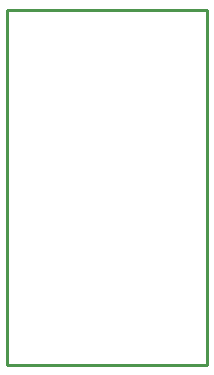
<source format=gbr>
G04 #@! TF.FileFunction,Profile,NP*
%FSLAX45Y45*%
G04 Gerber Fmt 4.5, Leading zero omitted, Abs format (unit mm)*
G04 Created by KiCad (PCBNEW (after 2015-may-01 BZR unknown)-product) date 5/23/2015 03:28:49*
%MOMM*%
G01*
G04 APERTURE LIST*
%ADD10C,0.254000*%
G04 APERTURE END LIST*
D10*
X8404000Y-10992000D02*
X10104000Y-10992000D01*
X8404000Y-7992000D02*
X8404000Y-10992000D01*
X10104000Y-7992000D02*
X8404000Y-7992000D01*
X10104000Y-10992000D02*
X10104000Y-7992000D01*
M02*

</source>
